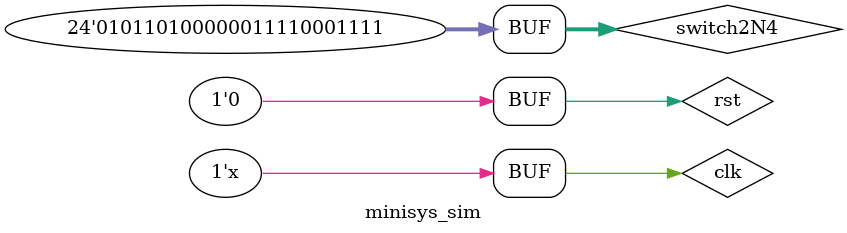
<source format=v>
`timescale 1ns / 1ps

module minisys_sim(  );
    // input
    reg clk = 0;
    reg rst = 1;
    reg [23:0] switch2N4 = 24'h5a078f;
    
    //  output  
    wire [23:0] led2N4;
    
    minisys u (
        .fpga_clk(clk),
        .fpga_rst(rst),
        .led2N4(led2N4),
        .switch2N4(switch2N4),
        .start_pg(0),
        .rx(1),
        .tx());
    initial begin
        #7000 rst = 0;
    end
    always #10 clk=~clk;
   endmodule

</source>
